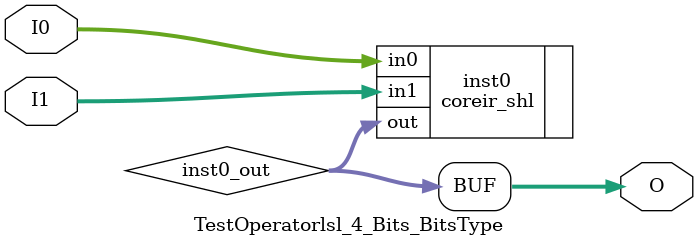
<source format=v>
module TestOperatorlsl_4_Bits_BitsType (input [3:0] I0, input [3:0] I1, output [3:0] O);
wire [3:0] inst0_out;
coreir_shl inst0 (.in0(I0), .in1(I1), .out(inst0_out));
assign O = inst0_out;
endmodule


</source>
